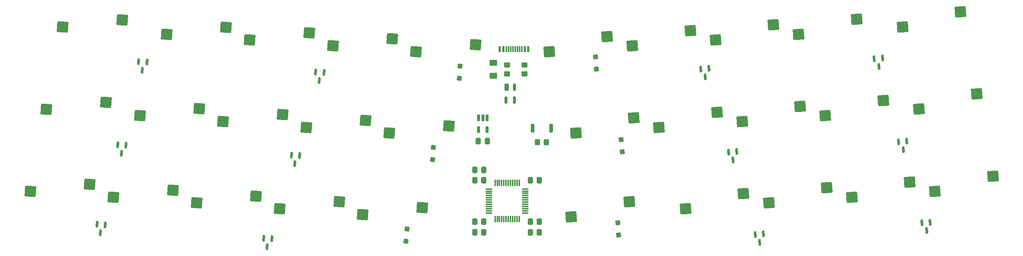
<source format=gbr>
%TF.GenerationSoftware,KiCad,Pcbnew,8.0.3*%
%TF.CreationDate,2024-09-04T22:14:08+02:00*%
%TF.ProjectId,peanut,7065616e-7574-42e6-9b69-6361645f7063,rev?*%
%TF.SameCoordinates,Original*%
%TF.FileFunction,Paste,Bot*%
%TF.FilePolarity,Positive*%
%FSLAX46Y46*%
G04 Gerber Fmt 4.6, Leading zero omitted, Abs format (unit mm)*
G04 Created by KiCad (PCBNEW 8.0.3) date 2024-09-04 22:14:08*
%MOMM*%
%LPD*%
G01*
G04 APERTURE LIST*
G04 Aperture macros list*
%AMRoundRect*
0 Rectangle with rounded corners*
0 $1 Rounding radius*
0 $2 $3 $4 $5 $6 $7 $8 $9 X,Y pos of 4 corners*
0 Add a 4 corners polygon primitive as box body*
4,1,4,$2,$3,$4,$5,$6,$7,$8,$9,$2,$3,0*
0 Add four circle primitives for the rounded corners*
1,1,$1+$1,$2,$3*
1,1,$1+$1,$4,$5*
1,1,$1+$1,$6,$7*
1,1,$1+$1,$8,$9*
0 Add four rect primitives between the rounded corners*
20,1,$1+$1,$2,$3,$4,$5,0*
20,1,$1+$1,$4,$5,$6,$7,0*
20,1,$1+$1,$6,$7,$8,$9,0*
20,1,$1+$1,$8,$9,$2,$3,0*%
G04 Aperture macros list end*
%ADD10RoundRect,0.250000X0.952747X1.069064X-1.092260X0.926064X-0.952747X-1.069064X1.092260X-0.926064X0*%
%ADD11RoundRect,0.250000X1.092260X0.926064X-0.952747X1.069064X-1.092260X-0.926064X0.952747X-1.069064X0*%
%ADD12RoundRect,0.250000X0.320196X-0.278342X0.278342X0.320196X-0.320196X0.278342X-0.278342X-0.320196X0*%
%ADD13RoundRect,0.150000X-0.108653X0.596532X-0.190617X-0.575605X0.108653X-0.596532X0.190617X0.575605X0*%
%ADD14RoundRect,0.250000X0.337500X0.475000X-0.337500X0.475000X-0.337500X-0.475000X0.337500X-0.475000X0*%
%ADD15RoundRect,0.150000X-0.190617X0.575605X-0.108653X-0.596532X0.190617X-0.575605X0.108653X0.596532X0*%
%ADD16RoundRect,0.250000X0.278342X-0.320196X0.320196X0.278342X-0.278342X0.320196X-0.320196X-0.278342X0*%
%ADD17R,0.600000X1.450000*%
%ADD18R,0.300000X1.450000*%
%ADD19RoundRect,0.250000X-0.250000X0.600000X-0.250000X-0.600000X0.250000X-0.600000X0.250000X0.600000X0*%
%ADD20RoundRect,0.150000X-0.150000X0.700000X-0.150000X-0.700000X0.150000X-0.700000X0.150000X0.700000X0*%
%ADD21RoundRect,0.200000X-0.200000X-0.800000X0.200000X-0.800000X0.200000X0.800000X-0.200000X0.800000X0*%
%ADD22RoundRect,0.075000X0.075000X-0.662500X0.075000X0.662500X-0.075000X0.662500X-0.075000X-0.662500X0*%
%ADD23RoundRect,0.075000X0.662500X-0.075000X0.662500X0.075000X-0.662500X0.075000X-0.662500X-0.075000X0*%
%ADD24RoundRect,0.250000X-0.337500X-0.475000X0.337500X-0.475000X0.337500X0.475000X-0.337500X0.475000X0*%
%ADD25RoundRect,0.250000X-0.450000X0.350000X-0.450000X-0.350000X0.450000X-0.350000X0.450000X0.350000X0*%
%ADD26RoundRect,0.250000X-0.350000X-0.450000X0.350000X-0.450000X0.350000X0.450000X-0.350000X0.450000X0*%
%ADD27RoundRect,0.162500X-0.162500X0.617500X-0.162500X-0.617500X0.162500X-0.617500X0.162500X0.617500X0*%
%ADD28RoundRect,0.250001X-0.624999X0.462499X-0.624999X-0.462499X0.624999X-0.462499X0.624999X0.462499X0*%
G04 APERTURE END LIST*
D10*
%TO.C,MX19*%
X226720212Y-65374697D03*
X239960267Y-61902660D03*
%TD*%
D11*
%TO.C,MX14*%
X108069781Y-68034861D03*
X121664199Y-66439275D03*
%TD*%
D12*
%TO.C,D6*%
X174392944Y-54702972D03*
X174197628Y-51909792D03*
%TD*%
D10*
%TO.C,MX29*%
X232800076Y-84046079D03*
X246040131Y-80574042D03*
%TD*%
D13*
%TO.C,D4*%
X104686461Y-74404765D03*
X106581833Y-74537302D03*
X105503353Y-76341466D03*
%TD*%
D14*
%TO.C,C5*%
X148675000Y-89693750D03*
X146600000Y-89693750D03*
%TD*%
D11*
%TO.C,MX11*%
X48683546Y-63882172D03*
X62277964Y-62286584D03*
%TD*%
D14*
%TO.C,C1*%
X148675000Y-80168750D03*
X146600000Y-80168750D03*
%TD*%
D11*
%TO.C,MX5*%
X133153135Y-50692342D03*
X146747553Y-49096756D03*
%TD*%
%TO.C,MX1*%
X52387856Y-45044684D03*
X65982274Y-43449096D03*
%TD*%
D12*
%TO.C,D16*%
X180278908Y-73627840D03*
X180083592Y-70834660D03*
%TD*%
D15*
%TO.C,D13*%
X243461917Y-71362302D03*
X245357289Y-71229765D03*
X244540397Y-73166466D03*
%TD*%
%TO.C,D9*%
X198218167Y-54693552D03*
X200113539Y-54561015D03*
X199296647Y-56497716D03*
%TD*%
D13*
%TO.C,D2*%
X110242711Y-55354765D03*
X112138083Y-55487302D03*
X111059603Y-57291466D03*
%TD*%
D16*
%TO.C,D5*%
X143053585Y-56774303D03*
X143248903Y-53981123D03*
%TD*%
D11*
%TO.C,MX23*%
X82986426Y-85377380D03*
X96580844Y-83781794D03*
%TD*%
D13*
%TO.C,D7*%
X60236461Y-90279765D03*
X62131833Y-90412302D03*
X61053353Y-92216466D03*
%TD*%
D10*
%TO.C,MX17*%
X188713094Y-68032437D03*
X201953149Y-64560400D03*
%TD*%
D17*
%TO.C,J1*%
X152325000Y-50082500D03*
X153125000Y-50082500D03*
D18*
X154325000Y-50082500D03*
X155325000Y-50082500D03*
X155825000Y-50082500D03*
X156825000Y-50082500D03*
D17*
X158025000Y-50082500D03*
X158825000Y-50082500D03*
X158825000Y-50082500D03*
X158025000Y-50082500D03*
D18*
X157325000Y-50082500D03*
X156325000Y-50082500D03*
X154825000Y-50082500D03*
X153825000Y-50082500D03*
D17*
X153125000Y-50082500D03*
X152325000Y-50082500D03*
%TD*%
D14*
%TO.C,C6*%
X148675000Y-77787500D03*
X146600000Y-77787500D03*
%TD*%
D13*
%TO.C,D8*%
X98336461Y-93454765D03*
X100231833Y-93587302D03*
X99153353Y-95391466D03*
%TD*%
D16*
%TO.C,D15*%
X136973826Y-75445682D03*
X137169144Y-72652502D03*
%TD*%
D19*
%TO.C,U3*%
X153931200Y-58825000D03*
D20*
X155631200Y-58825000D03*
X155631200Y-61825000D03*
X153731200Y-61825000D03*
%TD*%
D10*
%TO.C,MX27*%
X194792828Y-86703819D03*
X208032883Y-83231782D03*
%TD*%
D21*
%TO.C,SW2*%
X159825000Y-68262500D03*
X164025000Y-68262500D03*
%TD*%
D10*
%TO.C,MX20*%
X248099355Y-63879803D03*
X261339410Y-60407766D03*
%TD*%
D13*
%TO.C,D3*%
X64998961Y-72023515D03*
X66894333Y-72156052D03*
X65815853Y-73960216D03*
%TD*%
D22*
%TO.C,U1*%
X156737500Y-89093750D03*
X156237500Y-89093750D03*
X155737500Y-89093750D03*
X155237500Y-89093750D03*
X154737500Y-89093750D03*
X154237500Y-89093750D03*
X153737500Y-89093750D03*
X153237500Y-89093750D03*
X152737500Y-89093750D03*
X152237500Y-89093750D03*
X151737500Y-89093750D03*
X151237500Y-89093750D03*
D23*
X149825000Y-87681250D03*
X149825000Y-87181250D03*
X149825000Y-86681250D03*
X149825000Y-86181250D03*
X149825000Y-85681250D03*
X149825000Y-85181250D03*
X149825000Y-84681250D03*
X149825000Y-84181250D03*
X149825000Y-83681250D03*
X149825000Y-83181250D03*
X149825000Y-82681250D03*
X149825000Y-82181250D03*
D22*
X151237500Y-80768750D03*
X151737500Y-80768750D03*
X152237500Y-80768750D03*
X152737500Y-80768750D03*
X153237500Y-80768750D03*
X153737500Y-80768750D03*
X154237500Y-80768750D03*
X154737500Y-80768750D03*
X155237500Y-80768750D03*
X155737500Y-80768750D03*
X156237500Y-80768750D03*
X156737500Y-80768750D03*
D23*
X158150000Y-82181250D03*
X158150000Y-82681250D03*
X158150000Y-83181250D03*
X158150000Y-83681250D03*
X158150000Y-84181250D03*
X158150000Y-84681250D03*
X158150000Y-85181250D03*
X158150000Y-85681250D03*
X158150000Y-86181250D03*
X158150000Y-86681250D03*
X158150000Y-87181250D03*
X158150000Y-87681250D03*
%TD*%
D11*
%TO.C,MX15*%
X127073376Y-69363722D03*
X140667794Y-67768136D03*
%TD*%
%TO.C,MX12*%
X70062590Y-65377139D03*
X83657008Y-63781553D03*
%TD*%
D16*
%TO.C,D25*%
X130894066Y-94117062D03*
X131089384Y-91323882D03*
%TD*%
D10*
%TO.C,MX16*%
X169709393Y-69361308D03*
X182949448Y-65889271D03*
%TD*%
%TO.C,MX7*%
X182633252Y-49361058D03*
X195873307Y-45889021D03*
%TD*%
D11*
%TO.C,MX3*%
X95145945Y-48034620D03*
X108740363Y-46439034D03*
%TD*%
D10*
%TO.C,MX8*%
X201636929Y-48032188D03*
X214876984Y-44560151D03*
%TD*%
%TO.C,MX26*%
X168662854Y-88531032D03*
X181902909Y-85058995D03*
%TD*%
D11*
%TO.C,MX21*%
X44979236Y-82719658D03*
X58573654Y-81124072D03*
%TD*%
D24*
%TO.C,C2*%
X159300000Y-80168750D03*
X161375000Y-80168750D03*
%TD*%
D10*
%TO.C,MX28*%
X213796391Y-85374950D03*
X227036446Y-81902913D03*
%TD*%
D25*
%TO.C,R3*%
X157956250Y-53768750D03*
X157956250Y-55768750D03*
%TD*%
D10*
%TO.C,MX18*%
X207716657Y-66703570D03*
X220956712Y-63231533D03*
%TD*%
D24*
%TO.C,C8*%
X147393750Y-71200000D03*
X149468750Y-71200000D03*
%TD*%
D10*
%TO.C,MX30*%
X251803647Y-82717212D03*
X265043702Y-79245175D03*
%TD*%
D11*
%TO.C,MX4*%
X114149540Y-49363481D03*
X127743958Y-47767895D03*
%TD*%
D26*
%TO.C,R1*%
X160925000Y-71437500D03*
X162925000Y-71437500D03*
%TD*%
D10*
%TO.C,MX6*%
X163629674Y-50689928D03*
X176869729Y-47217891D03*
%TD*%
D24*
%TO.C,C3*%
X159300000Y-89693750D03*
X161375000Y-89693750D03*
%TD*%
D14*
%TO.C,C7*%
X148675000Y-92075000D03*
X146600000Y-92075000D03*
%TD*%
D11*
%TO.C,MX25*%
X120993616Y-88035102D03*
X134588034Y-86439516D03*
%TD*%
D27*
%TO.C,U2*%
X147481250Y-65881250D03*
X148431250Y-65881250D03*
X149381250Y-65881250D03*
X149381250Y-68581250D03*
X147481250Y-68581250D03*
%TD*%
D28*
%TO.C,F1*%
X150812500Y-53281250D03*
X150812500Y-56256250D03*
%TD*%
D11*
%TO.C,MX2*%
X76142350Y-46705759D03*
X89736768Y-45110173D03*
%TD*%
D10*
%TO.C,MX10*%
X244395062Y-45042263D03*
X257635117Y-41570226D03*
%TD*%
D25*
%TO.C,R2*%
X153987500Y-53768750D03*
X153987500Y-55768750D03*
%TD*%
D11*
%TO.C,MX22*%
X63982831Y-84048519D03*
X77577249Y-82452933D03*
%TD*%
%TO.C,MX24*%
X101990021Y-86706241D03*
X115584439Y-85110655D03*
%TD*%
D15*
%TO.C,D14*%
X237905667Y-52312302D03*
X239801039Y-52179765D03*
X238984147Y-54116466D03*
%TD*%
%TO.C,D10*%
X204568167Y-73743552D03*
X206463539Y-73611015D03*
X205646647Y-75547716D03*
%TD*%
D24*
%TO.C,C4*%
X159300000Y-92075000D03*
X161375000Y-92075000D03*
%TD*%
D13*
%TO.C,D1*%
X69761461Y-52973515D03*
X71656833Y-53106052D03*
X70578353Y-54910216D03*
%TD*%
D15*
%TO.C,D11*%
X210674425Y-92584846D03*
X212569797Y-92452309D03*
X211752905Y-94389010D03*
%TD*%
%TO.C,D12*%
X248794207Y-89929346D03*
X250689579Y-89796809D03*
X249872687Y-91733510D03*
%TD*%
D12*
%TO.C,D26*%
X179454767Y-92741777D03*
X179259449Y-89948597D03*
%TD*%
D10*
%TO.C,MX9*%
X220640500Y-46703319D03*
X233880555Y-43231282D03*
%TD*%
D11*
%TO.C,MX13*%
X89066185Y-66706000D03*
X102660603Y-65110414D03*
%TD*%
M02*

</source>
